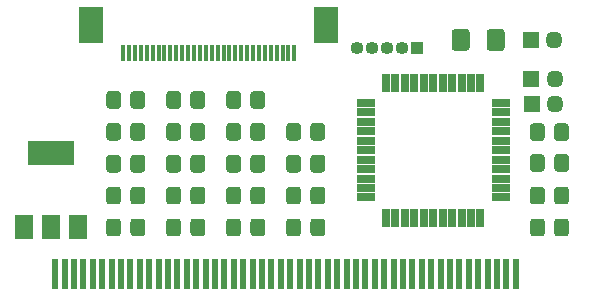
<source format=gts>
G04 #@! TF.GenerationSoftware,KiCad,Pcbnew,(5.1.6)-1*
G04 #@! TF.CreationDate,2020-10-07T22:12:15+02:00*
G04 #@! TF.ProjectId,PeugeoutTypeCDisplayHack,50657567-656f-4757-9454-797065434469,1*
G04 #@! TF.SameCoordinates,Original*
G04 #@! TF.FileFunction,Soldermask,Top*
G04 #@! TF.FilePolarity,Negative*
%FSLAX46Y46*%
G04 Gerber Fmt 4.6, Leading zero omitted, Abs format (unit mm)*
G04 Created by KiCad (PCBNEW (5.1.6)-1) date 2020-10-07 22:12:15*
%MOMM*%
%LPD*%
G01*
G04 APERTURE LIST*
%ADD10R,2.100000X3.100000*%
%ADD11R,0.400000X1.350000*%
%ADD12R,1.450000X1.450000*%
%ADD13O,1.450000X1.450000*%
%ADD14R,1.100000X1.100000*%
%ADD15O,1.100000X1.100000*%
%ADD16R,1.600000X2.100000*%
%ADD17R,3.900000X2.100000*%
%ADD18R,0.600000X2.600000*%
%ADD19R,0.650000X1.600000*%
%ADD20R,1.600000X0.650000*%
G04 APERTURE END LIST*
D10*
X111060000Y-102177000D03*
X130940000Y-102177000D03*
D11*
X113750000Y-104502000D03*
X114250000Y-104502000D03*
X114750000Y-104502000D03*
X115250000Y-104502000D03*
X115750000Y-104502000D03*
X116250000Y-104502000D03*
X116750000Y-104502000D03*
X117250000Y-104502000D03*
X117750000Y-104502000D03*
X118250000Y-104502000D03*
X118750000Y-104502000D03*
X119250000Y-104502000D03*
X119750000Y-104502000D03*
X120250000Y-104502000D03*
X120750000Y-104502000D03*
X121250000Y-104502000D03*
X121750000Y-104502000D03*
X122250000Y-104502000D03*
X122750000Y-104502000D03*
X123250000Y-104502000D03*
X123750000Y-104502000D03*
X124250000Y-104502000D03*
X124750000Y-104502000D03*
X125250000Y-104502000D03*
X125750000Y-104502000D03*
X126250000Y-104502000D03*
X126750000Y-104502000D03*
X127250000Y-104502000D03*
X127750000Y-104502000D03*
X128250000Y-104502000D03*
D12*
X148323500Y-106712000D03*
D13*
X150323500Y-106712000D03*
D12*
X148355500Y-108871000D03*
D13*
X150355500Y-108871000D03*
G36*
G01*
X143090000Y-102752544D02*
X143090000Y-104067456D01*
G75*
G02*
X142822456Y-104335000I-267544J0D01*
G01*
X141832544Y-104335000D01*
G75*
G02*
X141565000Y-104067456I0J267544D01*
G01*
X141565000Y-102752544D01*
G75*
G02*
X141832544Y-102485000I267544J0D01*
G01*
X142822456Y-102485000D01*
G75*
G02*
X143090000Y-102752544I0J-267544D01*
G01*
G37*
G36*
G01*
X146065000Y-102752544D02*
X146065000Y-104067456D01*
G75*
G02*
X145797456Y-104335000I-267544J0D01*
G01*
X144807544Y-104335000D01*
G75*
G02*
X144540000Y-104067456I0J267544D01*
G01*
X144540000Y-102752544D01*
G75*
G02*
X144807544Y-102485000I267544J0D01*
G01*
X145797456Y-102485000D01*
G75*
G02*
X146065000Y-102752544I0J-267544D01*
G01*
G37*
D12*
X148260000Y-103410000D03*
D13*
X150260000Y-103410000D03*
G36*
G01*
X149447500Y-118806738D02*
X149447500Y-119763262D01*
G75*
G02*
X149175762Y-120035000I-271738J0D01*
G01*
X148469238Y-120035000D01*
G75*
G02*
X148197500Y-119763262I0J271738D01*
G01*
X148197500Y-118806738D01*
G75*
G02*
X148469238Y-118535000I271738J0D01*
G01*
X149175762Y-118535000D01*
G75*
G02*
X149447500Y-118806738I0J-271738D01*
G01*
G37*
G36*
G01*
X151497500Y-118806738D02*
X151497500Y-119763262D01*
G75*
G02*
X151225762Y-120035000I-271738J0D01*
G01*
X150519238Y-120035000D01*
G75*
G02*
X150247500Y-119763262I0J271738D01*
G01*
X150247500Y-118806738D01*
G75*
G02*
X150519238Y-118535000I271738J0D01*
G01*
X151225762Y-118535000D01*
G75*
G02*
X151497500Y-118806738I0J-271738D01*
G01*
G37*
D14*
X138608000Y-104108500D03*
D15*
X137338000Y-104108500D03*
X136068000Y-104108500D03*
X134798000Y-104108500D03*
X133528000Y-104108500D03*
G36*
G01*
X118650000Y-116107500D02*
X118650000Y-117065000D01*
G75*
G02*
X118378750Y-117336250I-271250J0D01*
G01*
X117671250Y-117336250D01*
G75*
G02*
X117400000Y-117065000I0J271250D01*
G01*
X117400000Y-116107500D01*
G75*
G02*
X117671250Y-115836250I271250J0D01*
G01*
X118378750Y-115836250D01*
G75*
G02*
X118650000Y-116107500I0J-271250D01*
G01*
G37*
G36*
G01*
X120700000Y-116107988D02*
X120700000Y-117064512D01*
G75*
G02*
X120428262Y-117336250I-271738J0D01*
G01*
X119721738Y-117336250D01*
G75*
G02*
X119450000Y-117064512I0J271738D01*
G01*
X119450000Y-116107988D01*
G75*
G02*
X119721738Y-115836250I271738J0D01*
G01*
X120428262Y-115836250D01*
G75*
G02*
X120700000Y-116107988I0J-271738D01*
G01*
G37*
G36*
G01*
X124530000Y-119763262D02*
X124530000Y-118806738D01*
G75*
G02*
X124801738Y-118535000I271738J0D01*
G01*
X125508262Y-118535000D01*
G75*
G02*
X125780000Y-118806738I0J-271738D01*
G01*
X125780000Y-119763262D01*
G75*
G02*
X125508262Y-120035000I-271738J0D01*
G01*
X124801738Y-120035000D01*
G75*
G02*
X124530000Y-119763262I0J271738D01*
G01*
G37*
G36*
G01*
X122480000Y-119763262D02*
X122480000Y-118806738D01*
G75*
G02*
X122751738Y-118535000I271738J0D01*
G01*
X123458262Y-118535000D01*
G75*
G02*
X123730000Y-118806738I0J-271738D01*
G01*
X123730000Y-119763262D01*
G75*
G02*
X123458262Y-120035000I-271738J0D01*
G01*
X122751738Y-120035000D01*
G75*
G02*
X122480000Y-119763262I0J271738D01*
G01*
G37*
G36*
G01*
X124530000Y-114365762D02*
X124530000Y-113409238D01*
G75*
G02*
X124801738Y-113137500I271738J0D01*
G01*
X125508262Y-113137500D01*
G75*
G02*
X125780000Y-113409238I0J-271738D01*
G01*
X125780000Y-114365762D01*
G75*
G02*
X125508262Y-114637500I-271738J0D01*
G01*
X124801738Y-114637500D01*
G75*
G02*
X124530000Y-114365762I0J271738D01*
G01*
G37*
G36*
G01*
X122480000Y-114365762D02*
X122480000Y-113409238D01*
G75*
G02*
X122751738Y-113137500I271738J0D01*
G01*
X123458262Y-113137500D01*
G75*
G02*
X123730000Y-113409238I0J-271738D01*
G01*
X123730000Y-114365762D01*
G75*
G02*
X123458262Y-114637500I-271738J0D01*
G01*
X122751738Y-114637500D01*
G75*
G02*
X122480000Y-114365762I0J271738D01*
G01*
G37*
G36*
G01*
X124530000Y-117065000D02*
X124530000Y-116107500D01*
G75*
G02*
X124801250Y-115836250I271250J0D01*
G01*
X125508750Y-115836250D01*
G75*
G02*
X125780000Y-116107500I0J-271250D01*
G01*
X125780000Y-117065000D01*
G75*
G02*
X125508750Y-117336250I-271250J0D01*
G01*
X124801250Y-117336250D01*
G75*
G02*
X124530000Y-117065000I0J271250D01*
G01*
G37*
G36*
G01*
X122480000Y-117064512D02*
X122480000Y-116107988D01*
G75*
G02*
X122751738Y-115836250I271738J0D01*
G01*
X123458262Y-115836250D01*
G75*
G02*
X123730000Y-116107988I0J-271738D01*
G01*
X123730000Y-117064512D01*
G75*
G02*
X123458262Y-117336250I-271738J0D01*
G01*
X122751738Y-117336250D01*
G75*
G02*
X122480000Y-117064512I0J271738D01*
G01*
G37*
G36*
G01*
X124530000Y-111667012D02*
X124530000Y-110710488D01*
G75*
G02*
X124801738Y-110438750I271738J0D01*
G01*
X125508262Y-110438750D01*
G75*
G02*
X125780000Y-110710488I0J-271738D01*
G01*
X125780000Y-111667012D01*
G75*
G02*
X125508262Y-111938750I-271738J0D01*
G01*
X124801738Y-111938750D01*
G75*
G02*
X124530000Y-111667012I0J271738D01*
G01*
G37*
G36*
G01*
X122480000Y-111667012D02*
X122480000Y-110710488D01*
G75*
G02*
X122751738Y-110438750I271738J0D01*
G01*
X123458262Y-110438750D01*
G75*
G02*
X123730000Y-110710488I0J-271738D01*
G01*
X123730000Y-111667012D01*
G75*
G02*
X123458262Y-111938750I-271738J0D01*
G01*
X122751738Y-111938750D01*
G75*
G02*
X122480000Y-111667012I0J271738D01*
G01*
G37*
G36*
G01*
X129610000Y-117064512D02*
X129610000Y-116107988D01*
G75*
G02*
X129881738Y-115836250I271738J0D01*
G01*
X130588262Y-115836250D01*
G75*
G02*
X130860000Y-116107988I0J-271738D01*
G01*
X130860000Y-117064512D01*
G75*
G02*
X130588262Y-117336250I-271738J0D01*
G01*
X129881738Y-117336250D01*
G75*
G02*
X129610000Y-117064512I0J271738D01*
G01*
G37*
G36*
G01*
X127560000Y-117064512D02*
X127560000Y-116107988D01*
G75*
G02*
X127831738Y-115836250I271738J0D01*
G01*
X128538262Y-115836250D01*
G75*
G02*
X128810000Y-116107988I0J-271738D01*
G01*
X128810000Y-117064512D01*
G75*
G02*
X128538262Y-117336250I-271738J0D01*
G01*
X127831738Y-117336250D01*
G75*
G02*
X127560000Y-117064512I0J271738D01*
G01*
G37*
G36*
G01*
X129610000Y-119763262D02*
X129610000Y-118806738D01*
G75*
G02*
X129881738Y-118535000I271738J0D01*
G01*
X130588262Y-118535000D01*
G75*
G02*
X130860000Y-118806738I0J-271738D01*
G01*
X130860000Y-119763262D01*
G75*
G02*
X130588262Y-120035000I-271738J0D01*
G01*
X129881738Y-120035000D01*
G75*
G02*
X129610000Y-119763262I0J271738D01*
G01*
G37*
G36*
G01*
X127560000Y-119763262D02*
X127560000Y-118806738D01*
G75*
G02*
X127831738Y-118535000I271738J0D01*
G01*
X128538262Y-118535000D01*
G75*
G02*
X128810000Y-118806738I0J-271738D01*
G01*
X128810000Y-119763262D01*
G75*
G02*
X128538262Y-120035000I-271738J0D01*
G01*
X127831738Y-120035000D01*
G75*
G02*
X127560000Y-119763262I0J271738D01*
G01*
G37*
G36*
G01*
X129610000Y-111667012D02*
X129610000Y-110710488D01*
G75*
G02*
X129881738Y-110438750I271738J0D01*
G01*
X130588262Y-110438750D01*
G75*
G02*
X130860000Y-110710488I0J-271738D01*
G01*
X130860000Y-111667012D01*
G75*
G02*
X130588262Y-111938750I-271738J0D01*
G01*
X129881738Y-111938750D01*
G75*
G02*
X129610000Y-111667012I0J271738D01*
G01*
G37*
G36*
G01*
X127560000Y-111667012D02*
X127560000Y-110710488D01*
G75*
G02*
X127831738Y-110438750I271738J0D01*
G01*
X128538262Y-110438750D01*
G75*
G02*
X128810000Y-110710488I0J-271738D01*
G01*
X128810000Y-111667012D01*
G75*
G02*
X128538262Y-111938750I-271738J0D01*
G01*
X127831738Y-111938750D01*
G75*
G02*
X127560000Y-111667012I0J271738D01*
G01*
G37*
G36*
G01*
X129610000Y-114366250D02*
X129610000Y-113408750D01*
G75*
G02*
X129881250Y-113137500I271250J0D01*
G01*
X130588750Y-113137500D01*
G75*
G02*
X130860000Y-113408750I0J-271250D01*
G01*
X130860000Y-114366250D01*
G75*
G02*
X130588750Y-114637500I-271250J0D01*
G01*
X129881250Y-114637500D01*
G75*
G02*
X129610000Y-114366250I0J271250D01*
G01*
G37*
G36*
G01*
X127560000Y-114365762D02*
X127560000Y-113409238D01*
G75*
G02*
X127831738Y-113137500I271738J0D01*
G01*
X128538262Y-113137500D01*
G75*
G02*
X128810000Y-113409238I0J-271738D01*
G01*
X128810000Y-114365762D01*
G75*
G02*
X128538262Y-114637500I-271738J0D01*
G01*
X127831738Y-114637500D01*
G75*
G02*
X127560000Y-114365762I0J271738D01*
G01*
G37*
G36*
G01*
X118650000Y-108011738D02*
X118650000Y-108968262D01*
G75*
G02*
X118378262Y-109240000I-271738J0D01*
G01*
X117671738Y-109240000D01*
G75*
G02*
X117400000Y-108968262I0J271738D01*
G01*
X117400000Y-108011738D01*
G75*
G02*
X117671738Y-107740000I271738J0D01*
G01*
X118378262Y-107740000D01*
G75*
G02*
X118650000Y-108011738I0J-271738D01*
G01*
G37*
G36*
G01*
X120700000Y-108011738D02*
X120700000Y-108968262D01*
G75*
G02*
X120428262Y-109240000I-271738J0D01*
G01*
X119721738Y-109240000D01*
G75*
G02*
X119450000Y-108968262I0J271738D01*
G01*
X119450000Y-108011738D01*
G75*
G02*
X119721738Y-107740000I271738J0D01*
G01*
X120428262Y-107740000D01*
G75*
G02*
X120700000Y-108011738I0J-271738D01*
G01*
G37*
G36*
G01*
X113570000Y-108011738D02*
X113570000Y-108968262D01*
G75*
G02*
X113298262Y-109240000I-271738J0D01*
G01*
X112591738Y-109240000D01*
G75*
G02*
X112320000Y-108968262I0J271738D01*
G01*
X112320000Y-108011738D01*
G75*
G02*
X112591738Y-107740000I271738J0D01*
G01*
X113298262Y-107740000D01*
G75*
G02*
X113570000Y-108011738I0J-271738D01*
G01*
G37*
G36*
G01*
X115620000Y-108011738D02*
X115620000Y-108968262D01*
G75*
G02*
X115348262Y-109240000I-271738J0D01*
G01*
X114641738Y-109240000D01*
G75*
G02*
X114370000Y-108968262I0J271738D01*
G01*
X114370000Y-108011738D01*
G75*
G02*
X114641738Y-107740000I271738J0D01*
G01*
X115348262Y-107740000D01*
G75*
G02*
X115620000Y-108011738I0J-271738D01*
G01*
G37*
G36*
G01*
X118650000Y-118806250D02*
X118650000Y-119763750D01*
G75*
G02*
X118378750Y-120035000I-271250J0D01*
G01*
X117671250Y-120035000D01*
G75*
G02*
X117400000Y-119763750I0J271250D01*
G01*
X117400000Y-118806250D01*
G75*
G02*
X117671250Y-118535000I271250J0D01*
G01*
X118378750Y-118535000D01*
G75*
G02*
X118650000Y-118806250I0J-271250D01*
G01*
G37*
G36*
G01*
X120700000Y-118806738D02*
X120700000Y-119763262D01*
G75*
G02*
X120428262Y-120035000I-271738J0D01*
G01*
X119721738Y-120035000D01*
G75*
G02*
X119450000Y-119763262I0J271738D01*
G01*
X119450000Y-118806738D01*
G75*
G02*
X119721738Y-118535000I271738J0D01*
G01*
X120428262Y-118535000D01*
G75*
G02*
X120700000Y-118806738I0J-271738D01*
G01*
G37*
G36*
G01*
X118650000Y-113408750D02*
X118650000Y-114366250D01*
G75*
G02*
X118378750Y-114637500I-271250J0D01*
G01*
X117671250Y-114637500D01*
G75*
G02*
X117400000Y-114366250I0J271250D01*
G01*
X117400000Y-113408750D01*
G75*
G02*
X117671250Y-113137500I271250J0D01*
G01*
X118378750Y-113137500D01*
G75*
G02*
X118650000Y-113408750I0J-271250D01*
G01*
G37*
G36*
G01*
X120700000Y-113409238D02*
X120700000Y-114365762D01*
G75*
G02*
X120428262Y-114637500I-271738J0D01*
G01*
X119721738Y-114637500D01*
G75*
G02*
X119450000Y-114365762I0J271738D01*
G01*
X119450000Y-113409238D01*
G75*
G02*
X119721738Y-113137500I271738J0D01*
G01*
X120428262Y-113137500D01*
G75*
G02*
X120700000Y-113409238I0J-271738D01*
G01*
G37*
G36*
G01*
X124530000Y-108968262D02*
X124530000Y-108011738D01*
G75*
G02*
X124801738Y-107740000I271738J0D01*
G01*
X125508262Y-107740000D01*
G75*
G02*
X125780000Y-108011738I0J-271738D01*
G01*
X125780000Y-108968262D01*
G75*
G02*
X125508262Y-109240000I-271738J0D01*
G01*
X124801738Y-109240000D01*
G75*
G02*
X124530000Y-108968262I0J271738D01*
G01*
G37*
G36*
G01*
X122480000Y-108968262D02*
X122480000Y-108011738D01*
G75*
G02*
X122751738Y-107740000I271738J0D01*
G01*
X123458262Y-107740000D01*
G75*
G02*
X123730000Y-108011738I0J-271738D01*
G01*
X123730000Y-108968262D01*
G75*
G02*
X123458262Y-109240000I-271738J0D01*
G01*
X122751738Y-109240000D01*
G75*
G02*
X122480000Y-108968262I0J271738D01*
G01*
G37*
G36*
G01*
X118650000Y-110710000D02*
X118650000Y-111667500D01*
G75*
G02*
X118378750Y-111938750I-271250J0D01*
G01*
X117671250Y-111938750D01*
G75*
G02*
X117400000Y-111667500I0J271250D01*
G01*
X117400000Y-110710000D01*
G75*
G02*
X117671250Y-110438750I271250J0D01*
G01*
X118378750Y-110438750D01*
G75*
G02*
X118650000Y-110710000I0J-271250D01*
G01*
G37*
G36*
G01*
X120700000Y-110710488D02*
X120700000Y-111667012D01*
G75*
G02*
X120428262Y-111938750I-271738J0D01*
G01*
X119721738Y-111938750D01*
G75*
G02*
X119450000Y-111667012I0J271738D01*
G01*
X119450000Y-110710488D01*
G75*
G02*
X119721738Y-110438750I271738J0D01*
G01*
X120428262Y-110438750D01*
G75*
G02*
X120700000Y-110710488I0J-271738D01*
G01*
G37*
G36*
G01*
X149447500Y-110742238D02*
X149447500Y-111698762D01*
G75*
G02*
X149175762Y-111970500I-271738J0D01*
G01*
X148469238Y-111970500D01*
G75*
G02*
X148197500Y-111698762I0J271738D01*
G01*
X148197500Y-110742238D01*
G75*
G02*
X148469238Y-110470500I271738J0D01*
G01*
X149175762Y-110470500D01*
G75*
G02*
X149447500Y-110742238I0J-271738D01*
G01*
G37*
G36*
G01*
X151497500Y-110742238D02*
X151497500Y-111698762D01*
G75*
G02*
X151225762Y-111970500I-271738J0D01*
G01*
X150519238Y-111970500D01*
G75*
G02*
X150247500Y-111698762I0J271738D01*
G01*
X150247500Y-110742238D01*
G75*
G02*
X150519238Y-110470500I271738J0D01*
G01*
X151225762Y-110470500D01*
G75*
G02*
X151497500Y-110742238I0J-271738D01*
G01*
G37*
G36*
G01*
X149447500Y-113345738D02*
X149447500Y-114302262D01*
G75*
G02*
X149175762Y-114574000I-271738J0D01*
G01*
X148469238Y-114574000D01*
G75*
G02*
X148197500Y-114302262I0J271738D01*
G01*
X148197500Y-113345738D01*
G75*
G02*
X148469238Y-113074000I271738J0D01*
G01*
X149175762Y-113074000D01*
G75*
G02*
X149447500Y-113345738I0J-271738D01*
G01*
G37*
G36*
G01*
X151497500Y-113345738D02*
X151497500Y-114302262D01*
G75*
G02*
X151225762Y-114574000I-271738J0D01*
G01*
X150519238Y-114574000D01*
G75*
G02*
X150247500Y-114302262I0J271738D01*
G01*
X150247500Y-113345738D01*
G75*
G02*
X150519238Y-113074000I271738J0D01*
G01*
X151225762Y-113074000D01*
G75*
G02*
X151497500Y-113345738I0J-271738D01*
G01*
G37*
G36*
G01*
X150247500Y-117064512D02*
X150247500Y-116107988D01*
G75*
G02*
X150519238Y-115836250I271738J0D01*
G01*
X151225762Y-115836250D01*
G75*
G02*
X151497500Y-116107988I0J-271738D01*
G01*
X151497500Y-117064512D01*
G75*
G02*
X151225762Y-117336250I-271738J0D01*
G01*
X150519238Y-117336250D01*
G75*
G02*
X150247500Y-117064512I0J271738D01*
G01*
G37*
G36*
G01*
X148197500Y-117064512D02*
X148197500Y-116107988D01*
G75*
G02*
X148469238Y-115836250I271738J0D01*
G01*
X149175762Y-115836250D01*
G75*
G02*
X149447500Y-116107988I0J-271738D01*
G01*
X149447500Y-117064512D01*
G75*
G02*
X149175762Y-117336250I-271738J0D01*
G01*
X148469238Y-117336250D01*
G75*
G02*
X148197500Y-117064512I0J271738D01*
G01*
G37*
G36*
G01*
X114370000Y-111667012D02*
X114370000Y-110710488D01*
G75*
G02*
X114641738Y-110438750I271738J0D01*
G01*
X115348262Y-110438750D01*
G75*
G02*
X115620000Y-110710488I0J-271738D01*
G01*
X115620000Y-111667012D01*
G75*
G02*
X115348262Y-111938750I-271738J0D01*
G01*
X114641738Y-111938750D01*
G75*
G02*
X114370000Y-111667012I0J271738D01*
G01*
G37*
G36*
G01*
X112320000Y-111667012D02*
X112320000Y-110710488D01*
G75*
G02*
X112591738Y-110438750I271738J0D01*
G01*
X113298262Y-110438750D01*
G75*
G02*
X113570000Y-110710488I0J-271738D01*
G01*
X113570000Y-111667012D01*
G75*
G02*
X113298262Y-111938750I-271738J0D01*
G01*
X112591738Y-111938750D01*
G75*
G02*
X112320000Y-111667012I0J271738D01*
G01*
G37*
G36*
G01*
X114370000Y-114365762D02*
X114370000Y-113409238D01*
G75*
G02*
X114641738Y-113137500I271738J0D01*
G01*
X115348262Y-113137500D01*
G75*
G02*
X115620000Y-113409238I0J-271738D01*
G01*
X115620000Y-114365762D01*
G75*
G02*
X115348262Y-114637500I-271738J0D01*
G01*
X114641738Y-114637500D01*
G75*
G02*
X114370000Y-114365762I0J271738D01*
G01*
G37*
G36*
G01*
X112320000Y-114365762D02*
X112320000Y-113409238D01*
G75*
G02*
X112591738Y-113137500I271738J0D01*
G01*
X113298262Y-113137500D01*
G75*
G02*
X113570000Y-113409238I0J-271738D01*
G01*
X113570000Y-114365762D01*
G75*
G02*
X113298262Y-114637500I-271738J0D01*
G01*
X112591738Y-114637500D01*
G75*
G02*
X112320000Y-114365762I0J271738D01*
G01*
G37*
G36*
G01*
X114370000Y-117064512D02*
X114370000Y-116107988D01*
G75*
G02*
X114641738Y-115836250I271738J0D01*
G01*
X115348262Y-115836250D01*
G75*
G02*
X115620000Y-116107988I0J-271738D01*
G01*
X115620000Y-117064512D01*
G75*
G02*
X115348262Y-117336250I-271738J0D01*
G01*
X114641738Y-117336250D01*
G75*
G02*
X114370000Y-117064512I0J271738D01*
G01*
G37*
G36*
G01*
X112320000Y-117064512D02*
X112320000Y-116107988D01*
G75*
G02*
X112591738Y-115836250I271738J0D01*
G01*
X113298262Y-115836250D01*
G75*
G02*
X113570000Y-116107988I0J-271738D01*
G01*
X113570000Y-117064512D01*
G75*
G02*
X113298262Y-117336250I-271738J0D01*
G01*
X112591738Y-117336250D01*
G75*
G02*
X112320000Y-117064512I0J271738D01*
G01*
G37*
G36*
G01*
X114370000Y-119763262D02*
X114370000Y-118806738D01*
G75*
G02*
X114641738Y-118535000I271738J0D01*
G01*
X115348262Y-118535000D01*
G75*
G02*
X115620000Y-118806738I0J-271738D01*
G01*
X115620000Y-119763262D01*
G75*
G02*
X115348262Y-120035000I-271738J0D01*
G01*
X114641738Y-120035000D01*
G75*
G02*
X114370000Y-119763262I0J271738D01*
G01*
G37*
G36*
G01*
X112320000Y-119763262D02*
X112320000Y-118806738D01*
G75*
G02*
X112591738Y-118535000I271738J0D01*
G01*
X113298262Y-118535000D01*
G75*
G02*
X113570000Y-118806738I0J-271738D01*
G01*
X113570000Y-119763262D01*
G75*
G02*
X113298262Y-120035000I-271738J0D01*
G01*
X112591738Y-120035000D01*
G75*
G02*
X112320000Y-119763262I0J271738D01*
G01*
G37*
D16*
X105320000Y-119260000D03*
X109920000Y-119260000D03*
X107620000Y-119260000D03*
D17*
X107620000Y-112960000D03*
D18*
X108000000Y-123190000D03*
X108795936Y-123190000D03*
X109591854Y-123190000D03*
X110387772Y-123190000D03*
X111183690Y-123190000D03*
X111979608Y-123190000D03*
X112775526Y-123190000D03*
X113571444Y-123190000D03*
X114367362Y-123190000D03*
X115163280Y-123190000D03*
X115959198Y-123190000D03*
X116755116Y-123190000D03*
X117551034Y-123190000D03*
X118346952Y-123190000D03*
X119142870Y-123190000D03*
X119938788Y-123190000D03*
X120734706Y-123190000D03*
X121530624Y-123190000D03*
X122326542Y-123190000D03*
X123122460Y-123190000D03*
X123918378Y-123190000D03*
X124714296Y-123190000D03*
X125510214Y-123190000D03*
X126306132Y-123190000D03*
X127102050Y-123190000D03*
X127897968Y-123190000D03*
X128693886Y-123190000D03*
X129489804Y-123190000D03*
X130285722Y-123190000D03*
X131081640Y-123190000D03*
X131877558Y-123190000D03*
X132673476Y-123190000D03*
X133469394Y-123190000D03*
X134265312Y-123190000D03*
X135061230Y-123190000D03*
X135857148Y-123190000D03*
X136653066Y-123190000D03*
X137448984Y-123190000D03*
X138244902Y-123190000D03*
X139040820Y-123190000D03*
X139836738Y-123190000D03*
X140632656Y-123190000D03*
X141428574Y-123190000D03*
X142224492Y-123190000D03*
X143020410Y-123190000D03*
X143816328Y-123190000D03*
X144612246Y-123190000D03*
X145408164Y-123190000D03*
X146204082Y-123190000D03*
X147000000Y-123190000D03*
D19*
X144005000Y-107044500D03*
X143205000Y-107044500D03*
X142405000Y-107044500D03*
X141605000Y-107044500D03*
X140805000Y-107044500D03*
X140005000Y-107044500D03*
X139205000Y-107044500D03*
X138405000Y-107044500D03*
X137605000Y-107044500D03*
X136805000Y-107044500D03*
X136005000Y-107044500D03*
D20*
X134305000Y-108744500D03*
X134305000Y-109544500D03*
X134305000Y-110344500D03*
X134305000Y-111144500D03*
X134305000Y-111944500D03*
X134305000Y-112744500D03*
X134305000Y-113544500D03*
X134305000Y-114344500D03*
X134305000Y-115144500D03*
X134305000Y-115944500D03*
X134305000Y-116744500D03*
D19*
X136005000Y-118444500D03*
X136805000Y-118444500D03*
X137605000Y-118444500D03*
X138405000Y-118444500D03*
X139205000Y-118444500D03*
X140005000Y-118444500D03*
X140805000Y-118444500D03*
X141605000Y-118444500D03*
X142405000Y-118444500D03*
X143205000Y-118444500D03*
X144005000Y-118444500D03*
D20*
X145705000Y-116744500D03*
X145705000Y-115944500D03*
X145705000Y-115144500D03*
X145705000Y-114344500D03*
X145705000Y-113544500D03*
X145705000Y-112744500D03*
X145705000Y-111944500D03*
X145705000Y-111144500D03*
X145705000Y-110344500D03*
X145705000Y-109544500D03*
X145705000Y-108744500D03*
M02*

</source>
